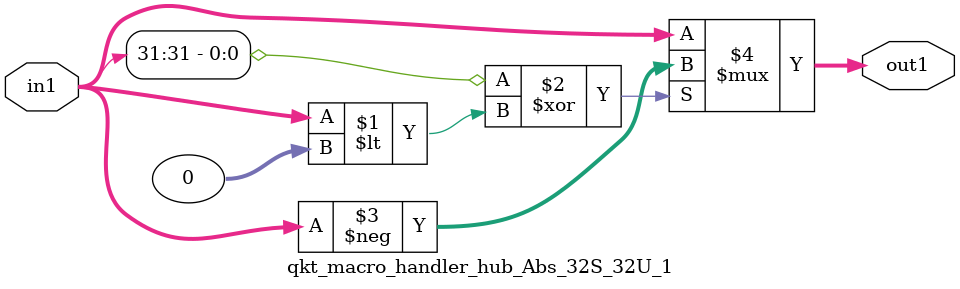
<source format=v>

`timescale 1ps / 1ps


module qkt_macro_handler_hub_Abs_32S_32U_1( in1, out1 );

    input [31:0] in1;
    output [31:0] out1;

    
    // rtl_process:qkt_macro_handler_hub_Abs_32S_32U_1/qkt_macro_handler_hub_Abs_32S_32U_1_thread_1
    assign out1 = (in1[31] ^ in1 < 32'd0000000000) ? -in1 : in1;

endmodule



</source>
